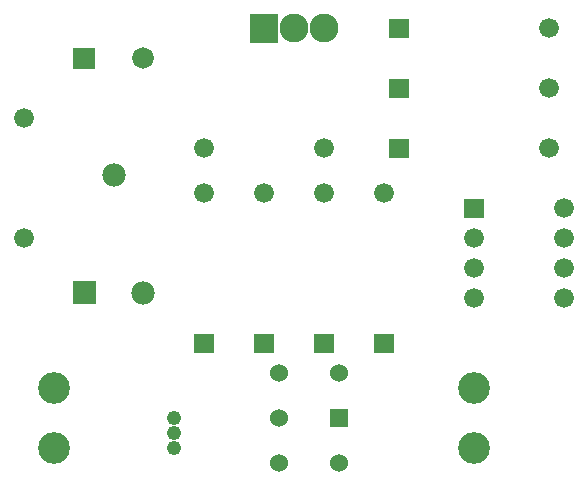
<source format=gbr>
G04 start of page 7 for group -4062 idx -4062 *
G04 Title: (unknown), soldermask *
G04 Creator: pcb 20100929 *
G04 CreationDate: Wed Feb  3 23:32:12 2016 UTC *
G04 For: bert *
G04 Format: Gerber/RS-274X *
G04 PCB-Dimensions: 300000 250000 *
G04 PCB-Coordinate-Origin: lower left *
%MOIN*%
%FSLAX25Y25*%
%LNBACKMASK*%
%ADD14C,0.0200*%
%ADD15C,0.0720*%
%ADD16C,0.0600*%
%ADD27C,0.0480*%
%ADD28C,0.1060*%
%ADD29C,0.0780*%
%ADD30C,0.0660*%
%ADD31C,0.0960*%
G54D27*X60000Y80000D03*
Y85000D03*
Y90000D03*
G54D28*X20000Y80000D03*
Y100000D03*
G54D14*G36*
X26258Y135790D02*Y127990D01*
X34058D01*
Y135790D01*
X26258D01*
G37*
G36*
X66700Y118300D02*Y111700D01*
X73300D01*
Y118300D01*
X66700D01*
G37*
G54D29*X49843Y131890D03*
G54D14*G36*
X26400Y213600D02*Y206400D01*
X33600D01*
Y213600D01*
X26400D01*
G37*
G54D15*X49685Y210000D03*
G54D29*X40000Y171260D03*
G54D30*X70000Y180000D03*
X10000Y190000D03*
Y150000D03*
G54D14*G36*
X85200Y224800D02*Y215200D01*
X94800D01*
Y224800D01*
X85200D01*
G37*
G54D31*X100000Y220000D03*
X110000D03*
G54D14*G36*
X131700Y223300D02*Y216700D01*
X138300D01*
Y223300D01*
X131700D01*
G37*
G54D30*X185000Y220000D03*
G54D14*G36*
X131700Y183300D02*Y176700D01*
X138300D01*
Y183300D01*
X131700D01*
G37*
G54D30*X185000Y180000D03*
G54D14*G36*
X131700Y203300D02*Y196700D01*
X138300D01*
Y203300D01*
X131700D01*
G37*
G54D30*X185000Y200000D03*
X190000Y130000D03*
Y140000D03*
Y150000D03*
Y160000D03*
X110000Y180000D03*
G54D28*X160000Y100000D03*
G54D30*Y130000D03*
G54D14*G36*
X126700Y118300D02*Y111700D01*
X133300D01*
Y118300D01*
X126700D01*
G37*
G54D28*X160000Y80000D03*
G54D14*G36*
X156700Y163300D02*Y156700D01*
X163300D01*
Y163300D01*
X156700D01*
G37*
G54D30*X160000Y150000D03*
Y140000D03*
X130000Y165000D03*
X110000D03*
X90000D03*
X70000D03*
G54D14*G36*
X112000Y93000D02*Y87000D01*
X118000D01*
Y93000D01*
X112000D01*
G37*
G54D16*X95000Y90000D03*
X115000Y75000D03*
X95000D03*
G54D14*G36*
X106700Y118300D02*Y111700D01*
X113300D01*
Y118300D01*
X106700D01*
G37*
G36*
X86700D02*Y111700D01*
X93300D01*
Y118300D01*
X86700D01*
G37*
G54D16*X115000Y105000D03*
X95000D03*
M02*

</source>
